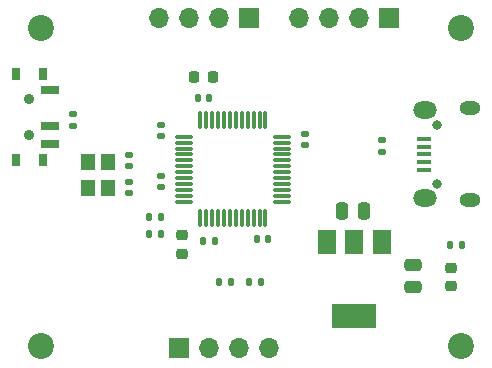
<source format=gbr>
%TF.GenerationSoftware,KiCad,Pcbnew,(6.0.10)*%
%TF.CreationDate,2023-01-15T22:26:48+05:30*%
%TF.ProjectId,Learning_1,4c656172-6e69-46e6-975f-312e6b696361,rev?*%
%TF.SameCoordinates,Original*%
%TF.FileFunction,Soldermask,Top*%
%TF.FilePolarity,Negative*%
%FSLAX46Y46*%
G04 Gerber Fmt 4.6, Leading zero omitted, Abs format (unit mm)*
G04 Created by KiCad (PCBNEW (6.0.10)) date 2023-01-15 22:26:48*
%MOMM*%
%LPD*%
G01*
G04 APERTURE LIST*
G04 Aperture macros list*
%AMRoundRect*
0 Rectangle with rounded corners*
0 $1 Rounding radius*
0 $2 $3 $4 $5 $6 $7 $8 $9 X,Y pos of 4 corners*
0 Add a 4 corners polygon primitive as box body*
4,1,4,$2,$3,$4,$5,$6,$7,$8,$9,$2,$3,0*
0 Add four circle primitives for the rounded corners*
1,1,$1+$1,$2,$3*
1,1,$1+$1,$4,$5*
1,1,$1+$1,$6,$7*
1,1,$1+$1,$8,$9*
0 Add four rect primitives between the rounded corners*
20,1,$1+$1,$2,$3,$4,$5,0*
20,1,$1+$1,$4,$5,$6,$7,0*
20,1,$1+$1,$6,$7,$8,$9,0*
20,1,$1+$1,$8,$9,$2,$3,0*%
G04 Aperture macros list end*
%ADD10RoundRect,0.140000X0.170000X-0.140000X0.170000X0.140000X-0.170000X0.140000X-0.170000X-0.140000X0*%
%ADD11RoundRect,0.135000X-0.185000X0.135000X-0.185000X-0.135000X0.185000X-0.135000X0.185000X0.135000X0*%
%ADD12C,2.200000*%
%ADD13RoundRect,0.140000X-0.140000X-0.170000X0.140000X-0.170000X0.140000X0.170000X-0.140000X0.170000X0*%
%ADD14RoundRect,0.135000X-0.135000X-0.185000X0.135000X-0.185000X0.135000X0.185000X-0.135000X0.185000X0*%
%ADD15RoundRect,0.250000X-0.250000X-0.475000X0.250000X-0.475000X0.250000X0.475000X-0.250000X0.475000X0*%
%ADD16RoundRect,0.140000X-0.170000X0.140000X-0.170000X-0.140000X0.170000X-0.140000X0.170000X0.140000X0*%
%ADD17RoundRect,0.225000X-0.225000X-0.250000X0.225000X-0.250000X0.225000X0.250000X-0.225000X0.250000X0*%
%ADD18O,0.800000X0.800000*%
%ADD19R,1.300000X0.450000*%
%ADD20O,2.000000X1.450000*%
%ADD21O,1.800000X1.150000*%
%ADD22RoundRect,0.135000X0.135000X0.185000X-0.135000X0.185000X-0.135000X-0.185000X0.135000X-0.185000X0*%
%ADD23R,1.700000X1.700000*%
%ADD24O,1.700000X1.700000*%
%ADD25RoundRect,0.250000X0.475000X-0.250000X0.475000X0.250000X-0.475000X0.250000X-0.475000X-0.250000X0*%
%ADD26RoundRect,0.135000X0.185000X-0.135000X0.185000X0.135000X-0.185000X0.135000X-0.185000X-0.135000X0*%
%ADD27RoundRect,0.218750X-0.256250X0.218750X-0.256250X-0.218750X0.256250X-0.218750X0.256250X0.218750X0*%
%ADD28R,1.500000X2.000000*%
%ADD29R,3.800000X2.000000*%
%ADD30R,0.800000X1.000000*%
%ADD31C,0.900000*%
%ADD32R,1.500000X0.700000*%
%ADD33RoundRect,0.075000X-0.662500X-0.075000X0.662500X-0.075000X0.662500X0.075000X-0.662500X0.075000X0*%
%ADD34RoundRect,0.075000X-0.075000X-0.662500X0.075000X-0.662500X0.075000X0.662500X-0.075000X0.662500X0*%
%ADD35RoundRect,0.218750X0.256250X-0.218750X0.256250X0.218750X-0.256250X0.218750X-0.256250X-0.218750X0*%
%ADD36R,1.200000X1.400000*%
%ADD37RoundRect,0.140000X0.140000X0.170000X-0.140000X0.170000X-0.140000X-0.170000X0.140000X-0.170000X0*%
G04 APERTURE END LIST*
D10*
%TO.C,C3*%
X82800000Y-87380000D03*
X82800000Y-86420000D03*
%TD*%
D11*
%TO.C,R3*%
X101500000Y-87690000D03*
X101500000Y-88710000D03*
%TD*%
D12*
%TO.C,H1*%
X72644000Y-78232000D03*
%TD*%
D13*
%TO.C,C2*%
X85920000Y-84100000D03*
X86880000Y-84100000D03*
%TD*%
D12*
%TO.C,H2*%
X108204000Y-78232000D03*
%TD*%
D14*
%TO.C,R2*%
X107290000Y-96600000D03*
X108310000Y-96600000D03*
%TD*%
D15*
%TO.C,C10*%
X98110000Y-93726000D03*
X100010000Y-93726000D03*
%TD*%
D12*
%TO.C,H4*%
X108204000Y-105156000D03*
%TD*%
D16*
%TO.C,C12*%
X80137000Y-88928000D03*
X80137000Y-89888000D03*
%TD*%
D17*
%TO.C,C1*%
X85625000Y-82400000D03*
X87175000Y-82400000D03*
%TD*%
D18*
%TO.C,J1*%
X106200000Y-91400000D03*
X106200000Y-86400000D03*
D19*
X105100000Y-90200000D03*
X105100000Y-89550000D03*
X105100000Y-88900000D03*
X105100000Y-88250000D03*
X105100000Y-87600000D03*
D20*
X105150000Y-92625000D03*
D21*
X108950000Y-92775000D03*
D20*
X105150000Y-85175000D03*
D21*
X108950000Y-85025000D03*
%TD*%
D22*
%TO.C,R4*%
X88775000Y-99695000D03*
X87755000Y-99695000D03*
%TD*%
D23*
%TO.C,J2*%
X90300000Y-77400000D03*
D24*
X87760000Y-77400000D03*
X85220000Y-77400000D03*
X82680000Y-77400000D03*
%TD*%
D23*
%TO.C,J4*%
X84300000Y-105300000D03*
D24*
X86840000Y-105300000D03*
X89380000Y-105300000D03*
X91920000Y-105300000D03*
%TD*%
D10*
%TO.C,C13*%
X80137000Y-92174000D03*
X80137000Y-91214000D03*
%TD*%
D25*
%TO.C,C11*%
X104140000Y-100137000D03*
X104140000Y-98237000D03*
%TD*%
D16*
%TO.C,C5*%
X94996000Y-87150000D03*
X94996000Y-88110000D03*
%TD*%
D26*
%TO.C,R1*%
X75400000Y-86510000D03*
X75400000Y-85490000D03*
%TD*%
D10*
%TO.C,C6*%
X82800000Y-91680000D03*
X82800000Y-90720000D03*
%TD*%
D27*
%TO.C,D1*%
X107400000Y-98512500D03*
X107400000Y-100087500D03*
%TD*%
D28*
%TO.C,U1*%
X101487000Y-96291000D03*
D29*
X99187000Y-102591000D03*
D28*
X99187000Y-96291000D03*
X96887000Y-96291000D03*
%TD*%
D30*
%TO.C,SW1*%
X70570000Y-82100000D03*
X72780000Y-82100000D03*
D31*
X71670000Y-87250000D03*
X71670000Y-84250000D03*
D30*
X70570000Y-89400000D03*
X72780000Y-89400000D03*
D32*
X73430000Y-83500000D03*
X73430000Y-86500000D03*
X73430000Y-88000000D03*
%TD*%
D33*
%TO.C,U2*%
X84737500Y-87420000D03*
X84737500Y-87920000D03*
X84737500Y-88420000D03*
X84737500Y-88920000D03*
X84737500Y-89420000D03*
X84737500Y-89920000D03*
X84737500Y-90420000D03*
X84737500Y-90920000D03*
X84737500Y-91420000D03*
X84737500Y-91920000D03*
X84737500Y-92420000D03*
X84737500Y-92920000D03*
D34*
X86150000Y-94332500D03*
X86650000Y-94332500D03*
X87150000Y-94332500D03*
X87650000Y-94332500D03*
X88150000Y-94332500D03*
X88650000Y-94332500D03*
X89150000Y-94332500D03*
X89650000Y-94332500D03*
X90150000Y-94332500D03*
X90650000Y-94332500D03*
X91150000Y-94332500D03*
X91650000Y-94332500D03*
D33*
X93062500Y-92920000D03*
X93062500Y-92420000D03*
X93062500Y-91920000D03*
X93062500Y-91420000D03*
X93062500Y-90920000D03*
X93062500Y-90420000D03*
X93062500Y-89920000D03*
X93062500Y-89420000D03*
X93062500Y-88920000D03*
X93062500Y-88420000D03*
X93062500Y-87920000D03*
X93062500Y-87420000D03*
D34*
X91650000Y-86007500D03*
X91150000Y-86007500D03*
X90650000Y-86007500D03*
X90150000Y-86007500D03*
X89650000Y-86007500D03*
X89150000Y-86007500D03*
X88650000Y-86007500D03*
X88150000Y-86007500D03*
X87650000Y-86007500D03*
X87150000Y-86007500D03*
X86650000Y-86007500D03*
X86150000Y-86007500D03*
%TD*%
D35*
%TO.C,FB1*%
X84582000Y-97307500D03*
X84582000Y-95732500D03*
%TD*%
D13*
%TO.C,C9*%
X86388000Y-96266000D03*
X87348000Y-96266000D03*
%TD*%
D36*
%TO.C,Y1*%
X76620000Y-89578000D03*
X76620000Y-91778000D03*
X78320000Y-91778000D03*
X78320000Y-89578000D03*
%TD*%
D37*
%TO.C,C7*%
X82776000Y-94234000D03*
X81816000Y-94234000D03*
%TD*%
D23*
%TO.C,J3*%
X102080000Y-77400000D03*
D24*
X99540000Y-77400000D03*
X97000000Y-77400000D03*
X94460000Y-77400000D03*
%TD*%
D12*
%TO.C,H3*%
X72644000Y-105156000D03*
%TD*%
D14*
%TO.C,R5*%
X90295000Y-99695000D03*
X91315000Y-99695000D03*
%TD*%
D37*
%TO.C,C8*%
X82776000Y-95631000D03*
X81816000Y-95631000D03*
%TD*%
%TO.C,C4*%
X91880000Y-96100000D03*
X90920000Y-96100000D03*
%TD*%
M02*

</source>
